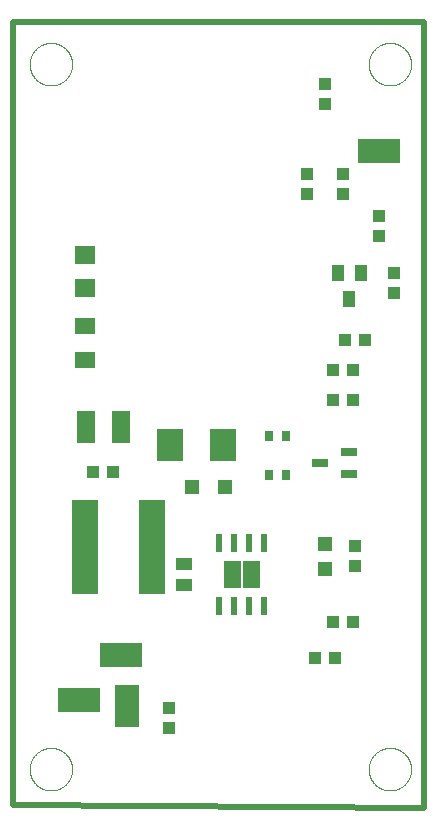
<source format=gtp>
G75*
%MOIN*%
%OFA0B0*%
%FSLAX25Y25*%
%IPPOS*%
%LPD*%
%AMOC8*
5,1,8,0,0,1.08239X$1,22.5*
%
%ADD10C,0.02000*%
%ADD11C,0.00000*%
%ADD12R,0.04331X0.03937*%
%ADD13R,0.06300X0.10600*%
%ADD14R,0.05700X0.04400*%
%ADD15R,0.02600X0.03800*%
%ADD16R,0.02100X0.06300*%
%ADD17C,0.00100*%
%ADD18R,0.08661X0.31496*%
%ADD19R,0.04724X0.04724*%
%ADD20R,0.03937X0.04331*%
%ADD21R,0.08500X0.10799*%
%ADD22R,0.05200X0.02953*%
%ADD23R,0.07087X0.06299*%
%ADD24R,0.07087X0.05276*%
%ADD25R,0.03937X0.05512*%
%ADD26R,0.14173X0.07874*%
%ADD27R,0.07874X0.14173*%
D10*
X0002000Y0037211D02*
X0139000Y0036211D01*
X0139000Y0298211D01*
X0002000Y0298211D01*
X0002000Y0037211D01*
D11*
X0007413Y0049211D02*
X0007415Y0049385D01*
X0007422Y0049559D01*
X0007432Y0049732D01*
X0007447Y0049906D01*
X0007466Y0050079D01*
X0007490Y0050251D01*
X0007517Y0050423D01*
X0007549Y0050594D01*
X0007585Y0050764D01*
X0007625Y0050933D01*
X0007670Y0051101D01*
X0007718Y0051268D01*
X0007771Y0051434D01*
X0007827Y0051599D01*
X0007888Y0051762D01*
X0007952Y0051923D01*
X0008021Y0052083D01*
X0008093Y0052241D01*
X0008170Y0052397D01*
X0008250Y0052552D01*
X0008334Y0052704D01*
X0008421Y0052854D01*
X0008513Y0053003D01*
X0008607Y0053148D01*
X0008706Y0053292D01*
X0008808Y0053433D01*
X0008913Y0053571D01*
X0009022Y0053707D01*
X0009134Y0053840D01*
X0009249Y0053970D01*
X0009367Y0054098D01*
X0009489Y0054222D01*
X0009613Y0054344D01*
X0009741Y0054462D01*
X0009871Y0054577D01*
X0010004Y0054689D01*
X0010140Y0054798D01*
X0010278Y0054903D01*
X0010419Y0055005D01*
X0010563Y0055104D01*
X0010708Y0055198D01*
X0010857Y0055290D01*
X0011007Y0055377D01*
X0011159Y0055461D01*
X0011314Y0055541D01*
X0011470Y0055618D01*
X0011628Y0055690D01*
X0011788Y0055759D01*
X0011949Y0055823D01*
X0012112Y0055884D01*
X0012277Y0055940D01*
X0012443Y0055993D01*
X0012610Y0056041D01*
X0012778Y0056086D01*
X0012947Y0056126D01*
X0013117Y0056162D01*
X0013288Y0056194D01*
X0013460Y0056221D01*
X0013632Y0056245D01*
X0013805Y0056264D01*
X0013979Y0056279D01*
X0014152Y0056289D01*
X0014326Y0056296D01*
X0014500Y0056298D01*
X0014674Y0056296D01*
X0014848Y0056289D01*
X0015021Y0056279D01*
X0015195Y0056264D01*
X0015368Y0056245D01*
X0015540Y0056221D01*
X0015712Y0056194D01*
X0015883Y0056162D01*
X0016053Y0056126D01*
X0016222Y0056086D01*
X0016390Y0056041D01*
X0016557Y0055993D01*
X0016723Y0055940D01*
X0016888Y0055884D01*
X0017051Y0055823D01*
X0017212Y0055759D01*
X0017372Y0055690D01*
X0017530Y0055618D01*
X0017686Y0055541D01*
X0017841Y0055461D01*
X0017993Y0055377D01*
X0018143Y0055290D01*
X0018292Y0055198D01*
X0018437Y0055104D01*
X0018581Y0055005D01*
X0018722Y0054903D01*
X0018860Y0054798D01*
X0018996Y0054689D01*
X0019129Y0054577D01*
X0019259Y0054462D01*
X0019387Y0054344D01*
X0019511Y0054222D01*
X0019633Y0054098D01*
X0019751Y0053970D01*
X0019866Y0053840D01*
X0019978Y0053707D01*
X0020087Y0053571D01*
X0020192Y0053433D01*
X0020294Y0053292D01*
X0020393Y0053148D01*
X0020487Y0053003D01*
X0020579Y0052854D01*
X0020666Y0052704D01*
X0020750Y0052552D01*
X0020830Y0052397D01*
X0020907Y0052241D01*
X0020979Y0052083D01*
X0021048Y0051923D01*
X0021112Y0051762D01*
X0021173Y0051599D01*
X0021229Y0051434D01*
X0021282Y0051268D01*
X0021330Y0051101D01*
X0021375Y0050933D01*
X0021415Y0050764D01*
X0021451Y0050594D01*
X0021483Y0050423D01*
X0021510Y0050251D01*
X0021534Y0050079D01*
X0021553Y0049906D01*
X0021568Y0049732D01*
X0021578Y0049559D01*
X0021585Y0049385D01*
X0021587Y0049211D01*
X0021585Y0049037D01*
X0021578Y0048863D01*
X0021568Y0048690D01*
X0021553Y0048516D01*
X0021534Y0048343D01*
X0021510Y0048171D01*
X0021483Y0047999D01*
X0021451Y0047828D01*
X0021415Y0047658D01*
X0021375Y0047489D01*
X0021330Y0047321D01*
X0021282Y0047154D01*
X0021229Y0046988D01*
X0021173Y0046823D01*
X0021112Y0046660D01*
X0021048Y0046499D01*
X0020979Y0046339D01*
X0020907Y0046181D01*
X0020830Y0046025D01*
X0020750Y0045870D01*
X0020666Y0045718D01*
X0020579Y0045568D01*
X0020487Y0045419D01*
X0020393Y0045274D01*
X0020294Y0045130D01*
X0020192Y0044989D01*
X0020087Y0044851D01*
X0019978Y0044715D01*
X0019866Y0044582D01*
X0019751Y0044452D01*
X0019633Y0044324D01*
X0019511Y0044200D01*
X0019387Y0044078D01*
X0019259Y0043960D01*
X0019129Y0043845D01*
X0018996Y0043733D01*
X0018860Y0043624D01*
X0018722Y0043519D01*
X0018581Y0043417D01*
X0018437Y0043318D01*
X0018292Y0043224D01*
X0018143Y0043132D01*
X0017993Y0043045D01*
X0017841Y0042961D01*
X0017686Y0042881D01*
X0017530Y0042804D01*
X0017372Y0042732D01*
X0017212Y0042663D01*
X0017051Y0042599D01*
X0016888Y0042538D01*
X0016723Y0042482D01*
X0016557Y0042429D01*
X0016390Y0042381D01*
X0016222Y0042336D01*
X0016053Y0042296D01*
X0015883Y0042260D01*
X0015712Y0042228D01*
X0015540Y0042201D01*
X0015368Y0042177D01*
X0015195Y0042158D01*
X0015021Y0042143D01*
X0014848Y0042133D01*
X0014674Y0042126D01*
X0014500Y0042124D01*
X0014326Y0042126D01*
X0014152Y0042133D01*
X0013979Y0042143D01*
X0013805Y0042158D01*
X0013632Y0042177D01*
X0013460Y0042201D01*
X0013288Y0042228D01*
X0013117Y0042260D01*
X0012947Y0042296D01*
X0012778Y0042336D01*
X0012610Y0042381D01*
X0012443Y0042429D01*
X0012277Y0042482D01*
X0012112Y0042538D01*
X0011949Y0042599D01*
X0011788Y0042663D01*
X0011628Y0042732D01*
X0011470Y0042804D01*
X0011314Y0042881D01*
X0011159Y0042961D01*
X0011007Y0043045D01*
X0010857Y0043132D01*
X0010708Y0043224D01*
X0010563Y0043318D01*
X0010419Y0043417D01*
X0010278Y0043519D01*
X0010140Y0043624D01*
X0010004Y0043733D01*
X0009871Y0043845D01*
X0009741Y0043960D01*
X0009613Y0044078D01*
X0009489Y0044200D01*
X0009367Y0044324D01*
X0009249Y0044452D01*
X0009134Y0044582D01*
X0009022Y0044715D01*
X0008913Y0044851D01*
X0008808Y0044989D01*
X0008706Y0045130D01*
X0008607Y0045274D01*
X0008513Y0045419D01*
X0008421Y0045568D01*
X0008334Y0045718D01*
X0008250Y0045870D01*
X0008170Y0046025D01*
X0008093Y0046181D01*
X0008021Y0046339D01*
X0007952Y0046499D01*
X0007888Y0046660D01*
X0007827Y0046823D01*
X0007771Y0046988D01*
X0007718Y0047154D01*
X0007670Y0047321D01*
X0007625Y0047489D01*
X0007585Y0047658D01*
X0007549Y0047828D01*
X0007517Y0047999D01*
X0007490Y0048171D01*
X0007466Y0048343D01*
X0007447Y0048516D01*
X0007432Y0048690D01*
X0007422Y0048863D01*
X0007415Y0049037D01*
X0007413Y0049211D01*
X0007413Y0284211D02*
X0007415Y0284385D01*
X0007422Y0284559D01*
X0007432Y0284732D01*
X0007447Y0284906D01*
X0007466Y0285079D01*
X0007490Y0285251D01*
X0007517Y0285423D01*
X0007549Y0285594D01*
X0007585Y0285764D01*
X0007625Y0285933D01*
X0007670Y0286101D01*
X0007718Y0286268D01*
X0007771Y0286434D01*
X0007827Y0286599D01*
X0007888Y0286762D01*
X0007952Y0286923D01*
X0008021Y0287083D01*
X0008093Y0287241D01*
X0008170Y0287397D01*
X0008250Y0287552D01*
X0008334Y0287704D01*
X0008421Y0287854D01*
X0008513Y0288003D01*
X0008607Y0288148D01*
X0008706Y0288292D01*
X0008808Y0288433D01*
X0008913Y0288571D01*
X0009022Y0288707D01*
X0009134Y0288840D01*
X0009249Y0288970D01*
X0009367Y0289098D01*
X0009489Y0289222D01*
X0009613Y0289344D01*
X0009741Y0289462D01*
X0009871Y0289577D01*
X0010004Y0289689D01*
X0010140Y0289798D01*
X0010278Y0289903D01*
X0010419Y0290005D01*
X0010563Y0290104D01*
X0010708Y0290198D01*
X0010857Y0290290D01*
X0011007Y0290377D01*
X0011159Y0290461D01*
X0011314Y0290541D01*
X0011470Y0290618D01*
X0011628Y0290690D01*
X0011788Y0290759D01*
X0011949Y0290823D01*
X0012112Y0290884D01*
X0012277Y0290940D01*
X0012443Y0290993D01*
X0012610Y0291041D01*
X0012778Y0291086D01*
X0012947Y0291126D01*
X0013117Y0291162D01*
X0013288Y0291194D01*
X0013460Y0291221D01*
X0013632Y0291245D01*
X0013805Y0291264D01*
X0013979Y0291279D01*
X0014152Y0291289D01*
X0014326Y0291296D01*
X0014500Y0291298D01*
X0014674Y0291296D01*
X0014848Y0291289D01*
X0015021Y0291279D01*
X0015195Y0291264D01*
X0015368Y0291245D01*
X0015540Y0291221D01*
X0015712Y0291194D01*
X0015883Y0291162D01*
X0016053Y0291126D01*
X0016222Y0291086D01*
X0016390Y0291041D01*
X0016557Y0290993D01*
X0016723Y0290940D01*
X0016888Y0290884D01*
X0017051Y0290823D01*
X0017212Y0290759D01*
X0017372Y0290690D01*
X0017530Y0290618D01*
X0017686Y0290541D01*
X0017841Y0290461D01*
X0017993Y0290377D01*
X0018143Y0290290D01*
X0018292Y0290198D01*
X0018437Y0290104D01*
X0018581Y0290005D01*
X0018722Y0289903D01*
X0018860Y0289798D01*
X0018996Y0289689D01*
X0019129Y0289577D01*
X0019259Y0289462D01*
X0019387Y0289344D01*
X0019511Y0289222D01*
X0019633Y0289098D01*
X0019751Y0288970D01*
X0019866Y0288840D01*
X0019978Y0288707D01*
X0020087Y0288571D01*
X0020192Y0288433D01*
X0020294Y0288292D01*
X0020393Y0288148D01*
X0020487Y0288003D01*
X0020579Y0287854D01*
X0020666Y0287704D01*
X0020750Y0287552D01*
X0020830Y0287397D01*
X0020907Y0287241D01*
X0020979Y0287083D01*
X0021048Y0286923D01*
X0021112Y0286762D01*
X0021173Y0286599D01*
X0021229Y0286434D01*
X0021282Y0286268D01*
X0021330Y0286101D01*
X0021375Y0285933D01*
X0021415Y0285764D01*
X0021451Y0285594D01*
X0021483Y0285423D01*
X0021510Y0285251D01*
X0021534Y0285079D01*
X0021553Y0284906D01*
X0021568Y0284732D01*
X0021578Y0284559D01*
X0021585Y0284385D01*
X0021587Y0284211D01*
X0021585Y0284037D01*
X0021578Y0283863D01*
X0021568Y0283690D01*
X0021553Y0283516D01*
X0021534Y0283343D01*
X0021510Y0283171D01*
X0021483Y0282999D01*
X0021451Y0282828D01*
X0021415Y0282658D01*
X0021375Y0282489D01*
X0021330Y0282321D01*
X0021282Y0282154D01*
X0021229Y0281988D01*
X0021173Y0281823D01*
X0021112Y0281660D01*
X0021048Y0281499D01*
X0020979Y0281339D01*
X0020907Y0281181D01*
X0020830Y0281025D01*
X0020750Y0280870D01*
X0020666Y0280718D01*
X0020579Y0280568D01*
X0020487Y0280419D01*
X0020393Y0280274D01*
X0020294Y0280130D01*
X0020192Y0279989D01*
X0020087Y0279851D01*
X0019978Y0279715D01*
X0019866Y0279582D01*
X0019751Y0279452D01*
X0019633Y0279324D01*
X0019511Y0279200D01*
X0019387Y0279078D01*
X0019259Y0278960D01*
X0019129Y0278845D01*
X0018996Y0278733D01*
X0018860Y0278624D01*
X0018722Y0278519D01*
X0018581Y0278417D01*
X0018437Y0278318D01*
X0018292Y0278224D01*
X0018143Y0278132D01*
X0017993Y0278045D01*
X0017841Y0277961D01*
X0017686Y0277881D01*
X0017530Y0277804D01*
X0017372Y0277732D01*
X0017212Y0277663D01*
X0017051Y0277599D01*
X0016888Y0277538D01*
X0016723Y0277482D01*
X0016557Y0277429D01*
X0016390Y0277381D01*
X0016222Y0277336D01*
X0016053Y0277296D01*
X0015883Y0277260D01*
X0015712Y0277228D01*
X0015540Y0277201D01*
X0015368Y0277177D01*
X0015195Y0277158D01*
X0015021Y0277143D01*
X0014848Y0277133D01*
X0014674Y0277126D01*
X0014500Y0277124D01*
X0014326Y0277126D01*
X0014152Y0277133D01*
X0013979Y0277143D01*
X0013805Y0277158D01*
X0013632Y0277177D01*
X0013460Y0277201D01*
X0013288Y0277228D01*
X0013117Y0277260D01*
X0012947Y0277296D01*
X0012778Y0277336D01*
X0012610Y0277381D01*
X0012443Y0277429D01*
X0012277Y0277482D01*
X0012112Y0277538D01*
X0011949Y0277599D01*
X0011788Y0277663D01*
X0011628Y0277732D01*
X0011470Y0277804D01*
X0011314Y0277881D01*
X0011159Y0277961D01*
X0011007Y0278045D01*
X0010857Y0278132D01*
X0010708Y0278224D01*
X0010563Y0278318D01*
X0010419Y0278417D01*
X0010278Y0278519D01*
X0010140Y0278624D01*
X0010004Y0278733D01*
X0009871Y0278845D01*
X0009741Y0278960D01*
X0009613Y0279078D01*
X0009489Y0279200D01*
X0009367Y0279324D01*
X0009249Y0279452D01*
X0009134Y0279582D01*
X0009022Y0279715D01*
X0008913Y0279851D01*
X0008808Y0279989D01*
X0008706Y0280130D01*
X0008607Y0280274D01*
X0008513Y0280419D01*
X0008421Y0280568D01*
X0008334Y0280718D01*
X0008250Y0280870D01*
X0008170Y0281025D01*
X0008093Y0281181D01*
X0008021Y0281339D01*
X0007952Y0281499D01*
X0007888Y0281660D01*
X0007827Y0281823D01*
X0007771Y0281988D01*
X0007718Y0282154D01*
X0007670Y0282321D01*
X0007625Y0282489D01*
X0007585Y0282658D01*
X0007549Y0282828D01*
X0007517Y0282999D01*
X0007490Y0283171D01*
X0007466Y0283343D01*
X0007447Y0283516D01*
X0007432Y0283690D01*
X0007422Y0283863D01*
X0007415Y0284037D01*
X0007413Y0284211D01*
X0120413Y0284211D02*
X0120415Y0284385D01*
X0120422Y0284559D01*
X0120432Y0284732D01*
X0120447Y0284906D01*
X0120466Y0285079D01*
X0120490Y0285251D01*
X0120517Y0285423D01*
X0120549Y0285594D01*
X0120585Y0285764D01*
X0120625Y0285933D01*
X0120670Y0286101D01*
X0120718Y0286268D01*
X0120771Y0286434D01*
X0120827Y0286599D01*
X0120888Y0286762D01*
X0120952Y0286923D01*
X0121021Y0287083D01*
X0121093Y0287241D01*
X0121170Y0287397D01*
X0121250Y0287552D01*
X0121334Y0287704D01*
X0121421Y0287854D01*
X0121513Y0288003D01*
X0121607Y0288148D01*
X0121706Y0288292D01*
X0121808Y0288433D01*
X0121913Y0288571D01*
X0122022Y0288707D01*
X0122134Y0288840D01*
X0122249Y0288970D01*
X0122367Y0289098D01*
X0122489Y0289222D01*
X0122613Y0289344D01*
X0122741Y0289462D01*
X0122871Y0289577D01*
X0123004Y0289689D01*
X0123140Y0289798D01*
X0123278Y0289903D01*
X0123419Y0290005D01*
X0123563Y0290104D01*
X0123708Y0290198D01*
X0123857Y0290290D01*
X0124007Y0290377D01*
X0124159Y0290461D01*
X0124314Y0290541D01*
X0124470Y0290618D01*
X0124628Y0290690D01*
X0124788Y0290759D01*
X0124949Y0290823D01*
X0125112Y0290884D01*
X0125277Y0290940D01*
X0125443Y0290993D01*
X0125610Y0291041D01*
X0125778Y0291086D01*
X0125947Y0291126D01*
X0126117Y0291162D01*
X0126288Y0291194D01*
X0126460Y0291221D01*
X0126632Y0291245D01*
X0126805Y0291264D01*
X0126979Y0291279D01*
X0127152Y0291289D01*
X0127326Y0291296D01*
X0127500Y0291298D01*
X0127674Y0291296D01*
X0127848Y0291289D01*
X0128021Y0291279D01*
X0128195Y0291264D01*
X0128368Y0291245D01*
X0128540Y0291221D01*
X0128712Y0291194D01*
X0128883Y0291162D01*
X0129053Y0291126D01*
X0129222Y0291086D01*
X0129390Y0291041D01*
X0129557Y0290993D01*
X0129723Y0290940D01*
X0129888Y0290884D01*
X0130051Y0290823D01*
X0130212Y0290759D01*
X0130372Y0290690D01*
X0130530Y0290618D01*
X0130686Y0290541D01*
X0130841Y0290461D01*
X0130993Y0290377D01*
X0131143Y0290290D01*
X0131292Y0290198D01*
X0131437Y0290104D01*
X0131581Y0290005D01*
X0131722Y0289903D01*
X0131860Y0289798D01*
X0131996Y0289689D01*
X0132129Y0289577D01*
X0132259Y0289462D01*
X0132387Y0289344D01*
X0132511Y0289222D01*
X0132633Y0289098D01*
X0132751Y0288970D01*
X0132866Y0288840D01*
X0132978Y0288707D01*
X0133087Y0288571D01*
X0133192Y0288433D01*
X0133294Y0288292D01*
X0133393Y0288148D01*
X0133487Y0288003D01*
X0133579Y0287854D01*
X0133666Y0287704D01*
X0133750Y0287552D01*
X0133830Y0287397D01*
X0133907Y0287241D01*
X0133979Y0287083D01*
X0134048Y0286923D01*
X0134112Y0286762D01*
X0134173Y0286599D01*
X0134229Y0286434D01*
X0134282Y0286268D01*
X0134330Y0286101D01*
X0134375Y0285933D01*
X0134415Y0285764D01*
X0134451Y0285594D01*
X0134483Y0285423D01*
X0134510Y0285251D01*
X0134534Y0285079D01*
X0134553Y0284906D01*
X0134568Y0284732D01*
X0134578Y0284559D01*
X0134585Y0284385D01*
X0134587Y0284211D01*
X0134585Y0284037D01*
X0134578Y0283863D01*
X0134568Y0283690D01*
X0134553Y0283516D01*
X0134534Y0283343D01*
X0134510Y0283171D01*
X0134483Y0282999D01*
X0134451Y0282828D01*
X0134415Y0282658D01*
X0134375Y0282489D01*
X0134330Y0282321D01*
X0134282Y0282154D01*
X0134229Y0281988D01*
X0134173Y0281823D01*
X0134112Y0281660D01*
X0134048Y0281499D01*
X0133979Y0281339D01*
X0133907Y0281181D01*
X0133830Y0281025D01*
X0133750Y0280870D01*
X0133666Y0280718D01*
X0133579Y0280568D01*
X0133487Y0280419D01*
X0133393Y0280274D01*
X0133294Y0280130D01*
X0133192Y0279989D01*
X0133087Y0279851D01*
X0132978Y0279715D01*
X0132866Y0279582D01*
X0132751Y0279452D01*
X0132633Y0279324D01*
X0132511Y0279200D01*
X0132387Y0279078D01*
X0132259Y0278960D01*
X0132129Y0278845D01*
X0131996Y0278733D01*
X0131860Y0278624D01*
X0131722Y0278519D01*
X0131581Y0278417D01*
X0131437Y0278318D01*
X0131292Y0278224D01*
X0131143Y0278132D01*
X0130993Y0278045D01*
X0130841Y0277961D01*
X0130686Y0277881D01*
X0130530Y0277804D01*
X0130372Y0277732D01*
X0130212Y0277663D01*
X0130051Y0277599D01*
X0129888Y0277538D01*
X0129723Y0277482D01*
X0129557Y0277429D01*
X0129390Y0277381D01*
X0129222Y0277336D01*
X0129053Y0277296D01*
X0128883Y0277260D01*
X0128712Y0277228D01*
X0128540Y0277201D01*
X0128368Y0277177D01*
X0128195Y0277158D01*
X0128021Y0277143D01*
X0127848Y0277133D01*
X0127674Y0277126D01*
X0127500Y0277124D01*
X0127326Y0277126D01*
X0127152Y0277133D01*
X0126979Y0277143D01*
X0126805Y0277158D01*
X0126632Y0277177D01*
X0126460Y0277201D01*
X0126288Y0277228D01*
X0126117Y0277260D01*
X0125947Y0277296D01*
X0125778Y0277336D01*
X0125610Y0277381D01*
X0125443Y0277429D01*
X0125277Y0277482D01*
X0125112Y0277538D01*
X0124949Y0277599D01*
X0124788Y0277663D01*
X0124628Y0277732D01*
X0124470Y0277804D01*
X0124314Y0277881D01*
X0124159Y0277961D01*
X0124007Y0278045D01*
X0123857Y0278132D01*
X0123708Y0278224D01*
X0123563Y0278318D01*
X0123419Y0278417D01*
X0123278Y0278519D01*
X0123140Y0278624D01*
X0123004Y0278733D01*
X0122871Y0278845D01*
X0122741Y0278960D01*
X0122613Y0279078D01*
X0122489Y0279200D01*
X0122367Y0279324D01*
X0122249Y0279452D01*
X0122134Y0279582D01*
X0122022Y0279715D01*
X0121913Y0279851D01*
X0121808Y0279989D01*
X0121706Y0280130D01*
X0121607Y0280274D01*
X0121513Y0280419D01*
X0121421Y0280568D01*
X0121334Y0280718D01*
X0121250Y0280870D01*
X0121170Y0281025D01*
X0121093Y0281181D01*
X0121021Y0281339D01*
X0120952Y0281499D01*
X0120888Y0281660D01*
X0120827Y0281823D01*
X0120771Y0281988D01*
X0120718Y0282154D01*
X0120670Y0282321D01*
X0120625Y0282489D01*
X0120585Y0282658D01*
X0120549Y0282828D01*
X0120517Y0282999D01*
X0120490Y0283171D01*
X0120466Y0283343D01*
X0120447Y0283516D01*
X0120432Y0283690D01*
X0120422Y0283863D01*
X0120415Y0284037D01*
X0120413Y0284211D01*
X0120413Y0049211D02*
X0120415Y0049385D01*
X0120422Y0049559D01*
X0120432Y0049732D01*
X0120447Y0049906D01*
X0120466Y0050079D01*
X0120490Y0050251D01*
X0120517Y0050423D01*
X0120549Y0050594D01*
X0120585Y0050764D01*
X0120625Y0050933D01*
X0120670Y0051101D01*
X0120718Y0051268D01*
X0120771Y0051434D01*
X0120827Y0051599D01*
X0120888Y0051762D01*
X0120952Y0051923D01*
X0121021Y0052083D01*
X0121093Y0052241D01*
X0121170Y0052397D01*
X0121250Y0052552D01*
X0121334Y0052704D01*
X0121421Y0052854D01*
X0121513Y0053003D01*
X0121607Y0053148D01*
X0121706Y0053292D01*
X0121808Y0053433D01*
X0121913Y0053571D01*
X0122022Y0053707D01*
X0122134Y0053840D01*
X0122249Y0053970D01*
X0122367Y0054098D01*
X0122489Y0054222D01*
X0122613Y0054344D01*
X0122741Y0054462D01*
X0122871Y0054577D01*
X0123004Y0054689D01*
X0123140Y0054798D01*
X0123278Y0054903D01*
X0123419Y0055005D01*
X0123563Y0055104D01*
X0123708Y0055198D01*
X0123857Y0055290D01*
X0124007Y0055377D01*
X0124159Y0055461D01*
X0124314Y0055541D01*
X0124470Y0055618D01*
X0124628Y0055690D01*
X0124788Y0055759D01*
X0124949Y0055823D01*
X0125112Y0055884D01*
X0125277Y0055940D01*
X0125443Y0055993D01*
X0125610Y0056041D01*
X0125778Y0056086D01*
X0125947Y0056126D01*
X0126117Y0056162D01*
X0126288Y0056194D01*
X0126460Y0056221D01*
X0126632Y0056245D01*
X0126805Y0056264D01*
X0126979Y0056279D01*
X0127152Y0056289D01*
X0127326Y0056296D01*
X0127500Y0056298D01*
X0127674Y0056296D01*
X0127848Y0056289D01*
X0128021Y0056279D01*
X0128195Y0056264D01*
X0128368Y0056245D01*
X0128540Y0056221D01*
X0128712Y0056194D01*
X0128883Y0056162D01*
X0129053Y0056126D01*
X0129222Y0056086D01*
X0129390Y0056041D01*
X0129557Y0055993D01*
X0129723Y0055940D01*
X0129888Y0055884D01*
X0130051Y0055823D01*
X0130212Y0055759D01*
X0130372Y0055690D01*
X0130530Y0055618D01*
X0130686Y0055541D01*
X0130841Y0055461D01*
X0130993Y0055377D01*
X0131143Y0055290D01*
X0131292Y0055198D01*
X0131437Y0055104D01*
X0131581Y0055005D01*
X0131722Y0054903D01*
X0131860Y0054798D01*
X0131996Y0054689D01*
X0132129Y0054577D01*
X0132259Y0054462D01*
X0132387Y0054344D01*
X0132511Y0054222D01*
X0132633Y0054098D01*
X0132751Y0053970D01*
X0132866Y0053840D01*
X0132978Y0053707D01*
X0133087Y0053571D01*
X0133192Y0053433D01*
X0133294Y0053292D01*
X0133393Y0053148D01*
X0133487Y0053003D01*
X0133579Y0052854D01*
X0133666Y0052704D01*
X0133750Y0052552D01*
X0133830Y0052397D01*
X0133907Y0052241D01*
X0133979Y0052083D01*
X0134048Y0051923D01*
X0134112Y0051762D01*
X0134173Y0051599D01*
X0134229Y0051434D01*
X0134282Y0051268D01*
X0134330Y0051101D01*
X0134375Y0050933D01*
X0134415Y0050764D01*
X0134451Y0050594D01*
X0134483Y0050423D01*
X0134510Y0050251D01*
X0134534Y0050079D01*
X0134553Y0049906D01*
X0134568Y0049732D01*
X0134578Y0049559D01*
X0134585Y0049385D01*
X0134587Y0049211D01*
X0134585Y0049037D01*
X0134578Y0048863D01*
X0134568Y0048690D01*
X0134553Y0048516D01*
X0134534Y0048343D01*
X0134510Y0048171D01*
X0134483Y0047999D01*
X0134451Y0047828D01*
X0134415Y0047658D01*
X0134375Y0047489D01*
X0134330Y0047321D01*
X0134282Y0047154D01*
X0134229Y0046988D01*
X0134173Y0046823D01*
X0134112Y0046660D01*
X0134048Y0046499D01*
X0133979Y0046339D01*
X0133907Y0046181D01*
X0133830Y0046025D01*
X0133750Y0045870D01*
X0133666Y0045718D01*
X0133579Y0045568D01*
X0133487Y0045419D01*
X0133393Y0045274D01*
X0133294Y0045130D01*
X0133192Y0044989D01*
X0133087Y0044851D01*
X0132978Y0044715D01*
X0132866Y0044582D01*
X0132751Y0044452D01*
X0132633Y0044324D01*
X0132511Y0044200D01*
X0132387Y0044078D01*
X0132259Y0043960D01*
X0132129Y0043845D01*
X0131996Y0043733D01*
X0131860Y0043624D01*
X0131722Y0043519D01*
X0131581Y0043417D01*
X0131437Y0043318D01*
X0131292Y0043224D01*
X0131143Y0043132D01*
X0130993Y0043045D01*
X0130841Y0042961D01*
X0130686Y0042881D01*
X0130530Y0042804D01*
X0130372Y0042732D01*
X0130212Y0042663D01*
X0130051Y0042599D01*
X0129888Y0042538D01*
X0129723Y0042482D01*
X0129557Y0042429D01*
X0129390Y0042381D01*
X0129222Y0042336D01*
X0129053Y0042296D01*
X0128883Y0042260D01*
X0128712Y0042228D01*
X0128540Y0042201D01*
X0128368Y0042177D01*
X0128195Y0042158D01*
X0128021Y0042143D01*
X0127848Y0042133D01*
X0127674Y0042126D01*
X0127500Y0042124D01*
X0127326Y0042126D01*
X0127152Y0042133D01*
X0126979Y0042143D01*
X0126805Y0042158D01*
X0126632Y0042177D01*
X0126460Y0042201D01*
X0126288Y0042228D01*
X0126117Y0042260D01*
X0125947Y0042296D01*
X0125778Y0042336D01*
X0125610Y0042381D01*
X0125443Y0042429D01*
X0125277Y0042482D01*
X0125112Y0042538D01*
X0124949Y0042599D01*
X0124788Y0042663D01*
X0124628Y0042732D01*
X0124470Y0042804D01*
X0124314Y0042881D01*
X0124159Y0042961D01*
X0124007Y0043045D01*
X0123857Y0043132D01*
X0123708Y0043224D01*
X0123563Y0043318D01*
X0123419Y0043417D01*
X0123278Y0043519D01*
X0123140Y0043624D01*
X0123004Y0043733D01*
X0122871Y0043845D01*
X0122741Y0043960D01*
X0122613Y0044078D01*
X0122489Y0044200D01*
X0122367Y0044324D01*
X0122249Y0044452D01*
X0122134Y0044582D01*
X0122022Y0044715D01*
X0121913Y0044851D01*
X0121808Y0044989D01*
X0121706Y0045130D01*
X0121607Y0045274D01*
X0121513Y0045419D01*
X0121421Y0045568D01*
X0121334Y0045718D01*
X0121250Y0045870D01*
X0121170Y0046025D01*
X0121093Y0046181D01*
X0121021Y0046339D01*
X0120952Y0046499D01*
X0120888Y0046660D01*
X0120827Y0046823D01*
X0120771Y0046988D01*
X0120718Y0047154D01*
X0120670Y0047321D01*
X0120625Y0047489D01*
X0120585Y0047658D01*
X0120549Y0047828D01*
X0120517Y0047999D01*
X0120490Y0048171D01*
X0120466Y0048343D01*
X0120447Y0048516D01*
X0120432Y0048690D01*
X0120422Y0048863D01*
X0120415Y0049037D01*
X0120413Y0049211D01*
D12*
X0109346Y0086211D03*
X0108654Y0098211D03*
X0115346Y0098211D03*
X0102654Y0086211D03*
X0108654Y0172211D03*
X0108654Y0182211D03*
X0115346Y0182211D03*
X0115346Y0172211D03*
X0112654Y0192211D03*
X0119346Y0192211D03*
X0035346Y0148211D03*
X0028654Y0148211D03*
D13*
X0026100Y0163211D03*
X0037900Y0163211D03*
D14*
X0059000Y0117761D03*
X0059000Y0110661D03*
D15*
X0087250Y0147211D03*
X0092750Y0147211D03*
X0092750Y0160211D03*
X0087250Y0160211D03*
D16*
X0085500Y0124661D03*
X0080500Y0124661D03*
X0075500Y0124661D03*
X0070500Y0124661D03*
X0070500Y0103761D03*
X0075500Y0103761D03*
X0080500Y0103761D03*
X0085500Y0103761D03*
D17*
X0083706Y0109854D02*
X0083706Y0118567D01*
X0078394Y0118567D01*
X0078394Y0109854D01*
X0083706Y0109854D01*
X0083706Y0109897D02*
X0078394Y0109897D01*
X0078394Y0109996D02*
X0083706Y0109996D01*
X0083706Y0110094D02*
X0078394Y0110094D01*
X0078394Y0110193D02*
X0083706Y0110193D01*
X0083706Y0110291D02*
X0078394Y0110291D01*
X0078394Y0110390D02*
X0083706Y0110390D01*
X0083706Y0110488D02*
X0078394Y0110488D01*
X0078394Y0110587D02*
X0083706Y0110587D01*
X0083706Y0110685D02*
X0078394Y0110685D01*
X0078394Y0110784D02*
X0083706Y0110784D01*
X0083706Y0110882D02*
X0078394Y0110882D01*
X0078394Y0110981D02*
X0083706Y0110981D01*
X0083706Y0111079D02*
X0078394Y0111079D01*
X0078394Y0111178D02*
X0083706Y0111178D01*
X0083706Y0111276D02*
X0078394Y0111276D01*
X0078394Y0111375D02*
X0083706Y0111375D01*
X0083706Y0111473D02*
X0078394Y0111473D01*
X0078394Y0111572D02*
X0083706Y0111572D01*
X0083706Y0111670D02*
X0078394Y0111670D01*
X0078394Y0111769D02*
X0083706Y0111769D01*
X0083706Y0111867D02*
X0078394Y0111867D01*
X0078394Y0111966D02*
X0083706Y0111966D01*
X0083706Y0112064D02*
X0078394Y0112064D01*
X0078394Y0112163D02*
X0083706Y0112163D01*
X0083706Y0112261D02*
X0078394Y0112261D01*
X0078394Y0112360D02*
X0083706Y0112360D01*
X0083706Y0112458D02*
X0078394Y0112458D01*
X0078394Y0112557D02*
X0083706Y0112557D01*
X0083706Y0112655D02*
X0078394Y0112655D01*
X0078394Y0112754D02*
X0083706Y0112754D01*
X0083706Y0112852D02*
X0078394Y0112852D01*
X0078394Y0112951D02*
X0083706Y0112951D01*
X0083706Y0113049D02*
X0078394Y0113049D01*
X0078394Y0113148D02*
X0083706Y0113148D01*
X0083706Y0113246D02*
X0078394Y0113246D01*
X0078394Y0113345D02*
X0083706Y0113345D01*
X0083706Y0113444D02*
X0078394Y0113444D01*
X0078394Y0113542D02*
X0083706Y0113542D01*
X0083706Y0113641D02*
X0078394Y0113641D01*
X0078394Y0113739D02*
X0083706Y0113739D01*
X0083706Y0113838D02*
X0078394Y0113838D01*
X0078394Y0113936D02*
X0083706Y0113936D01*
X0083706Y0114035D02*
X0078394Y0114035D01*
X0078394Y0114133D02*
X0083706Y0114133D01*
X0083706Y0114232D02*
X0078394Y0114232D01*
X0078394Y0114330D02*
X0083706Y0114330D01*
X0083706Y0114429D02*
X0078394Y0114429D01*
X0078394Y0114527D02*
X0083706Y0114527D01*
X0083706Y0114626D02*
X0078394Y0114626D01*
X0078394Y0114724D02*
X0083706Y0114724D01*
X0083706Y0114823D02*
X0078394Y0114823D01*
X0078394Y0114921D02*
X0083706Y0114921D01*
X0083706Y0115020D02*
X0078394Y0115020D01*
X0078394Y0115118D02*
X0083706Y0115118D01*
X0083706Y0115217D02*
X0078394Y0115217D01*
X0078394Y0115315D02*
X0083706Y0115315D01*
X0083706Y0115414D02*
X0078394Y0115414D01*
X0078394Y0115512D02*
X0083706Y0115512D01*
X0083706Y0115611D02*
X0078394Y0115611D01*
X0078394Y0115709D02*
X0083706Y0115709D01*
X0083706Y0115808D02*
X0078394Y0115808D01*
X0078394Y0115906D02*
X0083706Y0115906D01*
X0083706Y0116005D02*
X0078394Y0116005D01*
X0078394Y0116103D02*
X0083706Y0116103D01*
X0083706Y0116202D02*
X0078394Y0116202D01*
X0078394Y0116300D02*
X0083706Y0116300D01*
X0083706Y0116399D02*
X0078394Y0116399D01*
X0078394Y0116497D02*
X0083706Y0116497D01*
X0083706Y0116596D02*
X0078394Y0116596D01*
X0078394Y0116694D02*
X0083706Y0116694D01*
X0083706Y0116793D02*
X0078394Y0116793D01*
X0078394Y0116891D02*
X0083706Y0116891D01*
X0083706Y0116990D02*
X0078394Y0116990D01*
X0078394Y0117088D02*
X0083706Y0117088D01*
X0083706Y0117187D02*
X0078394Y0117187D01*
X0078394Y0117285D02*
X0083706Y0117285D01*
X0083706Y0117384D02*
X0078394Y0117384D01*
X0078394Y0117482D02*
X0083706Y0117482D01*
X0083706Y0117581D02*
X0078394Y0117581D01*
X0078394Y0117679D02*
X0083706Y0117679D01*
X0083706Y0117778D02*
X0078394Y0117778D01*
X0078394Y0117877D02*
X0083706Y0117877D01*
X0083706Y0117975D02*
X0078394Y0117975D01*
X0078394Y0118074D02*
X0083706Y0118074D01*
X0083706Y0118172D02*
X0078394Y0118172D01*
X0078394Y0118271D02*
X0083706Y0118271D01*
X0083706Y0118369D02*
X0078394Y0118369D01*
X0078394Y0118468D02*
X0083706Y0118468D01*
X0083706Y0118566D02*
X0078394Y0118566D01*
X0077606Y0118566D02*
X0072294Y0118566D01*
X0072294Y0118567D02*
X0072294Y0109854D01*
X0077606Y0109854D01*
X0077606Y0118567D01*
X0072294Y0118567D01*
X0072294Y0118468D02*
X0077606Y0118468D01*
X0077606Y0118369D02*
X0072294Y0118369D01*
X0072294Y0118271D02*
X0077606Y0118271D01*
X0077606Y0118172D02*
X0072294Y0118172D01*
X0072294Y0118074D02*
X0077606Y0118074D01*
X0077606Y0117975D02*
X0072294Y0117975D01*
X0072294Y0117877D02*
X0077606Y0117877D01*
X0077606Y0117778D02*
X0072294Y0117778D01*
X0072294Y0117679D02*
X0077606Y0117679D01*
X0077606Y0117581D02*
X0072294Y0117581D01*
X0072294Y0117482D02*
X0077606Y0117482D01*
X0077606Y0117384D02*
X0072294Y0117384D01*
X0072294Y0117285D02*
X0077606Y0117285D01*
X0077606Y0117187D02*
X0072294Y0117187D01*
X0072294Y0117088D02*
X0077606Y0117088D01*
X0077606Y0116990D02*
X0072294Y0116990D01*
X0072294Y0116891D02*
X0077606Y0116891D01*
X0077606Y0116793D02*
X0072294Y0116793D01*
X0072294Y0116694D02*
X0077606Y0116694D01*
X0077606Y0116596D02*
X0072294Y0116596D01*
X0072294Y0116497D02*
X0077606Y0116497D01*
X0077606Y0116399D02*
X0072294Y0116399D01*
X0072294Y0116300D02*
X0077606Y0116300D01*
X0077606Y0116202D02*
X0072294Y0116202D01*
X0072294Y0116103D02*
X0077606Y0116103D01*
X0077606Y0116005D02*
X0072294Y0116005D01*
X0072294Y0115906D02*
X0077606Y0115906D01*
X0077606Y0115808D02*
X0072294Y0115808D01*
X0072294Y0115709D02*
X0077606Y0115709D01*
X0077606Y0115611D02*
X0072294Y0115611D01*
X0072294Y0115512D02*
X0077606Y0115512D01*
X0077606Y0115414D02*
X0072294Y0115414D01*
X0072294Y0115315D02*
X0077606Y0115315D01*
X0077606Y0115217D02*
X0072294Y0115217D01*
X0072294Y0115118D02*
X0077606Y0115118D01*
X0077606Y0115020D02*
X0072294Y0115020D01*
X0072294Y0114921D02*
X0077606Y0114921D01*
X0077606Y0114823D02*
X0072294Y0114823D01*
X0072294Y0114724D02*
X0077606Y0114724D01*
X0077606Y0114626D02*
X0072294Y0114626D01*
X0072294Y0114527D02*
X0077606Y0114527D01*
X0077606Y0114429D02*
X0072294Y0114429D01*
X0072294Y0114330D02*
X0077606Y0114330D01*
X0077606Y0114232D02*
X0072294Y0114232D01*
X0072294Y0114133D02*
X0077606Y0114133D01*
X0077606Y0114035D02*
X0072294Y0114035D01*
X0072294Y0113936D02*
X0077606Y0113936D01*
X0077606Y0113838D02*
X0072294Y0113838D01*
X0072294Y0113739D02*
X0077606Y0113739D01*
X0077606Y0113641D02*
X0072294Y0113641D01*
X0072294Y0113542D02*
X0077606Y0113542D01*
X0077606Y0113444D02*
X0072294Y0113444D01*
X0072294Y0113345D02*
X0077606Y0113345D01*
X0077606Y0113246D02*
X0072294Y0113246D01*
X0072294Y0113148D02*
X0077606Y0113148D01*
X0077606Y0113049D02*
X0072294Y0113049D01*
X0072294Y0112951D02*
X0077606Y0112951D01*
X0077606Y0112852D02*
X0072294Y0112852D01*
X0072294Y0112754D02*
X0077606Y0112754D01*
X0077606Y0112655D02*
X0072294Y0112655D01*
X0072294Y0112557D02*
X0077606Y0112557D01*
X0077606Y0112458D02*
X0072294Y0112458D01*
X0072294Y0112360D02*
X0077606Y0112360D01*
X0077606Y0112261D02*
X0072294Y0112261D01*
X0072294Y0112163D02*
X0077606Y0112163D01*
X0077606Y0112064D02*
X0072294Y0112064D01*
X0072294Y0111966D02*
X0077606Y0111966D01*
X0077606Y0111867D02*
X0072294Y0111867D01*
X0072294Y0111769D02*
X0077606Y0111769D01*
X0077606Y0111670D02*
X0072294Y0111670D01*
X0072294Y0111572D02*
X0077606Y0111572D01*
X0077606Y0111473D02*
X0072294Y0111473D01*
X0072294Y0111375D02*
X0077606Y0111375D01*
X0077606Y0111276D02*
X0072294Y0111276D01*
X0072294Y0111178D02*
X0077606Y0111178D01*
X0077606Y0111079D02*
X0072294Y0111079D01*
X0072294Y0110981D02*
X0077606Y0110981D01*
X0077606Y0110882D02*
X0072294Y0110882D01*
X0072294Y0110784D02*
X0077606Y0110784D01*
X0077606Y0110685D02*
X0072294Y0110685D01*
X0072294Y0110587D02*
X0077606Y0110587D01*
X0077606Y0110488D02*
X0072294Y0110488D01*
X0072294Y0110390D02*
X0077606Y0110390D01*
X0077606Y0110291D02*
X0072294Y0110291D01*
X0072294Y0110193D02*
X0077606Y0110193D01*
X0077606Y0110094D02*
X0072294Y0110094D01*
X0072294Y0109996D02*
X0077606Y0109996D01*
X0077606Y0109897D02*
X0072294Y0109897D01*
D18*
X0048220Y0123211D03*
X0025780Y0123211D03*
D19*
X0061488Y0143211D03*
X0072512Y0143211D03*
X0106000Y0124344D03*
X0106000Y0116077D03*
D20*
X0116000Y0116864D03*
X0116000Y0123557D03*
X0129000Y0207864D03*
X0129000Y0214557D03*
X0124000Y0226864D03*
X0124000Y0233557D03*
X0112000Y0240864D03*
X0112000Y0247557D03*
X0106000Y0270864D03*
X0106000Y0277557D03*
X0100000Y0247557D03*
X0100000Y0240864D03*
X0054000Y0069557D03*
X0054000Y0062864D03*
D21*
X0054295Y0157211D03*
X0071705Y0157211D03*
D22*
X0104300Y0151211D03*
X0113700Y0154911D03*
X0113700Y0147511D03*
D23*
X0026000Y0209699D03*
X0026000Y0220722D03*
D24*
X0026000Y0196841D03*
X0026000Y0185581D03*
D25*
X0110260Y0214541D03*
X0114000Y0205880D03*
X0117740Y0214541D03*
D26*
X0124000Y0255211D03*
X0038000Y0087211D03*
X0024000Y0072211D03*
D27*
X0040000Y0070211D03*
M02*

</source>
